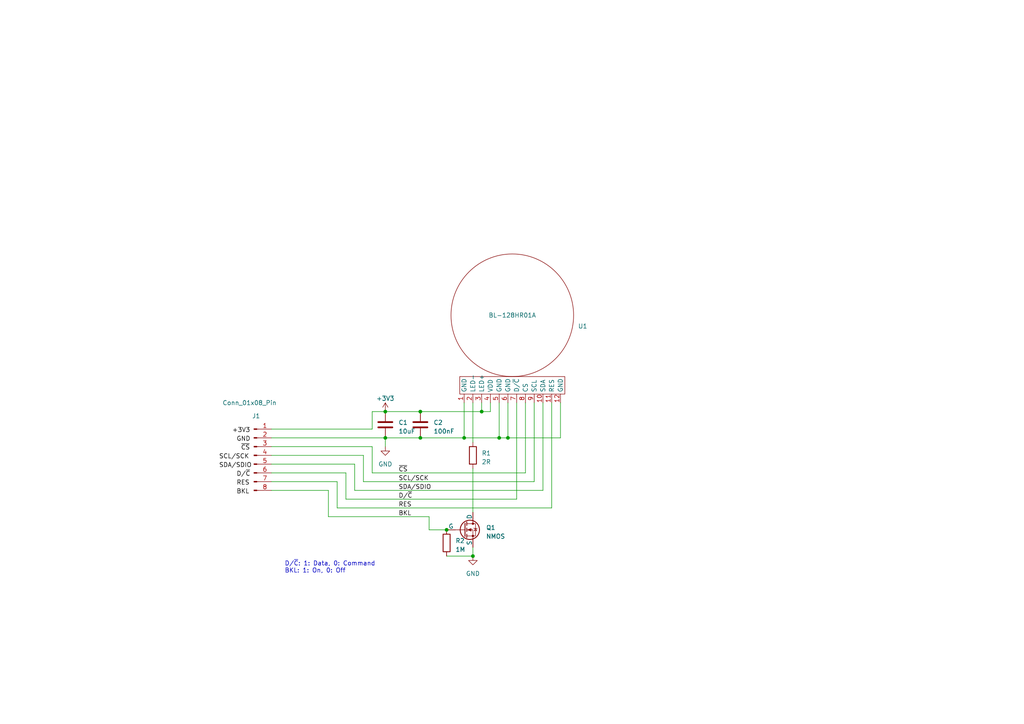
<source format=kicad_sch>
(kicad_sch (version 20230121) (generator eeschema)
  (paper "A4")
  (lib_symbols
    (symbol "Connector:Conn_01x08_Pin" (pin_names (offset 1.016) hide)
      (property "Reference" "J" (at 0 10.16 0))
      (property "Value" "Conn_01x08_Pin" (at 0 -12.7 0))
      (symbol "Conn_01x08_Pin_1_1"
        (polyline (pts (xy 1.27 -10.16) (xy 0.8636 -10.16)) (stroke (width 0.1524)))
        (polyline (pts (xy 1.27 -7.62) (xy 0.8636 -7.62)) (stroke (width 0.1524)))
        (polyline (pts (xy 1.27 -5.08) (xy 0.8636 -5.08)) (stroke (width 0.1524)))
        (polyline (pts (xy 1.27 -2.54) (xy 0.8636 -2.54)) (stroke (width 0.1524)))
        (polyline (pts (xy 1.27 0) (xy 0.8636 0)) (stroke (width 0.1524)))
        (polyline (pts (xy 1.27 2.54) (xy 0.8636 2.54)) (stroke (width 0.1524)))
        (polyline (pts (xy 1.27 5.08) (xy 0.8636 5.08)) (stroke (width 0.1524)))
        (polyline (pts (xy 1.27 7.62) (xy 0.8636 7.62)) (stroke (width 0.1524)))
        (rectangle (start 0.8636 -10.033) (end 0 -10.287) (stroke (width 0.1524)) (fill (type outline)))
        (rectangle (start 0.8636 -7.493) (end 0 -7.747) (stroke (width 0.1524)) (fill (type outline)))
        (rectangle (start 0.8636 -4.953) (end 0 -5.207) (stroke (width 0.1524)) (fill (type outline)))
        (rectangle (start 0.8636 -2.413) (end 0 -2.667) (stroke (width 0.1524)) (fill (type outline)))
        (rectangle (start 0.8636 0.127) (end 0 -0.127) (stroke (width 0.1524)) (fill (type outline)))
        (rectangle (start 0.8636 2.667) (end 0 2.413) (stroke (width 0.1524)) (fill (type outline)))
        (rectangle (start 0.8636 5.207) (end 0 4.953) (stroke (width 0.1524)) (fill (type outline)))
        (rectangle (start 0.8636 7.747) (end 0 7.493) (stroke (width 0.1524)) (fill (type outline)))
        (pin passive line (at 5.08 7.62 180) (length 3.81) (name "Pin_1") (number "1"))
        (pin passive line (at 5.08 5.08 180) (length 3.81) (name "Pin_2") (number "2"))
        (pin passive line (at 5.08 2.54 180) (length 3.81) (name "Pin_3") (number "3"))
        (pin passive line (at 5.08 0 180) (length 3.81) (name "Pin_4") (number "4"))
        (pin passive line (at 5.08 -2.54 180) (length 3.81) (name "Pin_5") (number "5"))
        (pin passive line (at 5.08 -5.08 180) (length 3.81) (name "Pin_6") (number "6"))
        (pin passive line (at 5.08 -7.62 180) (length 3.81) (name "Pin_7") (number "7"))
        (pin passive line (at 5.08 -10.16 180) (length 3.81) (name "Pin_8") (number "8"))
      )
    )
    (symbol "Device:C" (pin_numbers hide) (pin_names (offset 0.254))
      (property "Reference" "C" (at 0.635 2.54 0))
      (property "Value" "C" (at 0.635 -2.54 0))
      (symbol "C_0_1"
        (polyline (pts (xy -2.032 -0.762) (xy 2.032 -0.762)) (stroke (width 0.508)))
        (polyline (pts (xy -2.032 0.762) (xy 2.032 0.762)) (stroke (width 0.508)))
      )
      (symbol "C_1_1"
        (pin passive line (at 0 3.81 270) (length 2.794) (name "~") (number "1"))
        (pin passive line (at 0 -3.81 90) (length 2.794) (name "~") (number "2"))
      )
    )
    (symbol "Device:R" (pin_numbers hide) (pin_names (offset 0))
      (property "Reference" "R" (at 2.032 0 90))
      (property "Value" "R" (at 0 0 90))
      (symbol "R_0_1"
        (rectangle (start -1.016 -2.54) (end 1.016 2.54) (stroke (width 0.254)))
      )
      (symbol "R_1_1"
        (pin passive line (at 0 3.81 270) (length 1.27) (name "~") (number "1"))
        (pin passive line (at 0 -3.81 90) (length 1.27) (name "~") (number "2"))
      )
    )
    (symbol "GC9A01A_240x240_round_display_1"
      (property "Reference" "U" (at 1.27 1.27 0))
      (symbol "GC9A01A_240x240_round_display_1_0_1"
        (circle (center 0 0) (radius 17.78))
        (rectangle (start 15.24 -22.86) (end -15.24 -17.78))
      )
      (symbol "GC9A01A_240x240_round_display_1_1_1"
        (pin bidirectional line (at -13.97 -25.4 90) (length 2.54) (name "GND") (number "1"))
        (pin bidirectional line (at 8.89 -25.4 90) (length 2.54) (name "SDA") (number "10"))
        (pin bidirectional line (at 11.43 -25.4 90) (length 2.54) (name "RES") (number "11"))
        (pin bidirectional line (at 13.97 -25.4 90) (length 2.54) (name "GND") (number "12"))
        (pin bidirectional line (at -11.43 -25.4 90) (length 2.54) (name "LED-") (number "2"))
        (pin bidirectional line (at -8.89 -25.4 90) (length 2.54) (name "LED+") (number "3"))
        (pin bidirectional line (at -6.35 -25.4 90) (length 2.54) (name "VDD") (number "4"))
        (pin bidirectional line (at -3.81 -25.4 90) (length 2.54) (name "GND") (number "5"))
        (pin bidirectional line (at -1.27 -25.4 90) (length 2.54) (name "GND") (number "6"))
        (pin bidirectional line (at 1.27 -25.4 90) (length 2.54) (name "D/~{C}") (number "7"))
        (pin bidirectional line (at 3.81 -25.4 90) (length 2.54) (name "CS") (number "8"))
        (pin bidirectional line (at 6.35 -25.4 90) (length 2.54) (name "SCL") (number "9"))
      )
    )
    (symbol "Simulation_SPICE:NMOS" (pin_numbers hide) (pin_names (offset 0))
      (property "Reference" "Q" (at 5.08 1.27 0))
      (property "Value" "NMOS" (at 5.08 -1.27 0))
      (symbol "NMOS_0_1"
        (polyline (pts (xy 0.254 0) (xy -2.54 0)))
        (polyline (pts (xy 0.254 1.905) (xy 0.254 -1.905)) (stroke (width 0.254)))
        (polyline (pts (xy 0.762 -1.27) (xy 0.762 -2.286)) (stroke (width 0.254)))
        (polyline (pts (xy 0.762 0.508) (xy 0.762 -0.508)) (stroke (width 0.254)))
        (polyline (pts (xy 0.762 2.286) (xy 0.762 1.27)) (stroke (width 0.254)))
        (polyline (pts (xy 2.54 2.54) (xy 2.54 1.778)))
        (polyline (pts (xy 2.54 -2.54) (xy 2.54 0) (xy 0.762 0)))
        (polyline (pts (xy 0.762 -1.778) (xy 3.302 -1.778) (xy 3.302 1.778) (xy 0.762 1.778)))
        (polyline (pts (xy 1.016 0) (xy 2.032 0.381) (xy 2.032 -0.381) (xy 1.016 0)) (fill (type outline)))
        (polyline (pts (xy 2.794 0.508) (xy 2.921 0.381) (xy 3.683 0.381) (xy 3.81 0.254)))
        (polyline (pts (xy 3.302 0.381) (xy 2.921 -0.254) (xy 3.683 -0.254) (xy 3.302 0.381)))
        (circle (center 1.651 0) (radius 2.794) (stroke (width 0.254)))
        (circle (center 2.54 -1.778) (radius 0.254) (fill (type outline)))
        (circle (center 2.54 1.778) (radius 0.254) (fill (type outline)))
      )
      (symbol "NMOS_1_1"
        (pin passive line (at 2.54 5.08 270) (length 2.54) (name "D") (number "1"))
        (pin input line (at -5.08 0 0) (length 2.54) (name "G") (number "2"))
        (pin passive line (at 2.54 -5.08 90) (length 2.54) (name "S") (number "3"))
      )
    )
    (symbol "power:+3V3" (power) (pin_names (offset 0))
      (property "Value" "+3V3" (at 0 3.556 0))
      (symbol "+3V3_0_1"
        (polyline (pts (xy -0.762 1.27) (xy 0 2.54)))
        (polyline (pts (xy 0 0) (xy 0 2.54)))
        (polyline (pts (xy 0 2.54) (xy 0.762 1.27)))
      )
      (symbol "+3V3_1_1"
        (pin power_in line (at 0 0 90) (length 0) hide (name "+3V3") (number "1"))
      )
    )
    (symbol "power:GND" (power) (pin_names (offset 0))
      (property "Value" "GND" (at 0 -3.81 0))
      (symbol "GND_0_1"
        (polyline (pts (xy 0 0) (xy 0 -1.27) (xy 1.27 -1.27) (xy 0 -2.54) (xy -1.27 -1.27) (xy 0 -1.27)))
      )
      (symbol "GND_1_1"
        (pin power_in line (at 0 0 270) (length 0) hide (name "GND") (number "1"))
      )
    )
  )
  (junction (at 137.16 161.29))
  (junction (at 134.62 127))
  (junction (at 111.76 119.38))
  (junction (at 144.78 127))
  (junction (at 147.32 127))
  (junction (at 121.92 119.38))
  (junction (at 111.76 127))
  (junction (at 129.54 153.67))
  (junction (at 139.7 119.38))
  (junction (at 121.92 127))
  (wire (pts (xy 147.32 127) (xy 147.32 116.84)))
  (wire (pts (xy 105.41 139.7) (xy 154.94 139.7)))
  (wire (pts (xy 100.33 137.16) (xy 78.74 137.16)))
  (wire (pts (xy 149.86 116.84) (xy 149.86 144.78)))
  (wire (pts (xy 124.46 153.67) (xy 124.46 149.86)))
  (wire (pts (xy 144.78 127) (xy 147.32 127)))
  (wire (pts (xy 105.41 139.7) (xy 105.41 132.08)))
  (wire (pts (xy 97.79 147.32) (xy 160.02 147.32)))
  (wire (pts (xy 137.16 135.89) (xy 137.16 148.59)))
  (wire (pts (xy 95.25 149.86) (xy 95.25 142.24)))
  (wire (pts (xy 111.76 127) (xy 111.76 129.54)))
  (wire (pts (xy 111.76 119.38) (xy 121.92 119.38)))
  (wire (pts (xy 97.79 139.7) (xy 78.74 139.7)))
  (wire (pts (xy 121.92 119.38) (xy 139.7 119.38)))
  (wire (pts (xy 107.95 137.16) (xy 107.95 129.54)))
  (wire (pts (xy 142.24 119.38) (xy 142.24 116.84)))
  (wire (pts (xy 95.25 142.24) (xy 78.74 142.24)))
  (wire (pts (xy 124.46 153.67) (xy 129.54 153.67)))
  (wire (pts (xy 129.54 161.29) (xy 137.16 161.29)))
  (wire (pts (xy 154.94 116.84) (xy 154.94 139.7)))
  (wire (pts (xy 107.95 124.46) (xy 107.95 119.38)))
  (wire (pts (xy 102.87 142.24) (xy 102.87 134.62)))
  (wire (pts (xy 137.16 158.75) (xy 137.16 161.29)))
  (wire (pts (xy 137.16 116.84) (xy 137.16 128.27)))
  (wire (pts (xy 139.7 119.38) (xy 142.24 119.38)))
  (wire (pts (xy 139.7 116.84) (xy 139.7 119.38)))
  (wire (pts (xy 107.95 129.54) (xy 78.74 129.54)))
  (wire (pts (xy 134.62 127) (xy 134.62 116.84)))
  (wire (pts (xy 78.74 124.46) (xy 107.95 124.46)))
  (wire (pts (xy 162.56 127) (xy 162.56 116.84)))
  (wire (pts (xy 100.33 144.78) (xy 100.33 137.16)))
  (wire (pts (xy 121.92 127) (xy 134.62 127)))
  (wire (pts (xy 152.4 116.84) (xy 152.4 137.16)))
  (wire (pts (xy 107.95 119.38) (xy 111.76 119.38)))
  (wire (pts (xy 102.87 142.24) (xy 157.48 142.24)))
  (wire (pts (xy 107.95 137.16) (xy 152.4 137.16)))
  (wire (pts (xy 111.76 127) (xy 121.92 127)))
  (wire (pts (xy 95.25 149.86) (xy 124.46 149.86)))
  (wire (pts (xy 147.32 127) (xy 162.56 127)))
  (wire (pts (xy 160.02 116.84) (xy 160.02 147.32)))
  (wire (pts (xy 78.74 127) (xy 111.76 127)))
  (wire (pts (xy 100.33 144.78) (xy 149.86 144.78)))
  (wire (pts (xy 144.78 116.84) (xy 144.78 127)))
  (wire (pts (xy 105.41 132.08) (xy 78.74 132.08)))
  (wire (pts (xy 134.62 127) (xy 144.78 127)))
  (wire (pts (xy 157.48 116.84) (xy 157.48 142.24)))
  (wire (pts (xy 97.79 147.32) (xy 97.79 139.7)))
  (wire (pts (xy 102.87 134.62) (xy 78.74 134.62)))
  (text "D/~{C}: 1: Data, 0: Command\nBKL: 1: On, 0: Off" (at 82.55 166.37 0) (effects (font (size 1.27 1.27)) (justify left bottom)))
  (label "BKL" (at 115.57 149.86 0))
  (label "BKL" (at 68.58 143.51 0))
  (label "RES" (at 115.57 147.32 0))
  (label "GND" (at 68.58 128.27 0))
  (label "D{slash}~{C}" (at 68.58 138.43 0))
  (label "RES" (at 68.58 140.97 0))
  (label "SCL{slash}SCK" (at 115.57 139.7 0))
  (label "~{CS}" (at 115.57 137.16 0))
  (label "D{slash}~{C}" (at 115.57 144.78 0))
  (label "SDA{slash}SDIO" (at 63.5 135.89 0))
  (label "+3V3" (at 67.31 125.73 0))
  (label "~{CS}" (at 69.85 130.81 0))
  (label "SDA{slash}SDIO" (at 115.57 142.24 0))
  (label "SCL{slash}SCK" (at 63.5 133.35 0))
  (symbol (lib_id "Device:C") (at 111.76 123.19 0) (unit 1)
    (property "Reference" "C1" (at 115.57 122.555 0) (effects (justify left)))
    (property "Value" "10uF" (at 115.57 125.095 0) (effects (justify left)))
  )
  (symbol (lib_id "Simulation_SPICE:NMOS") (at 134.62 153.67 0) (unit 1)
    (property "Reference" "Q1" (at 140.97 153.035 0) (effects (justify left)))
    (property "Value" "NMOS" (at 140.97 155.575 0) (effects (justify left)))
    (property "Datasheet" "https://ngspice.sourceforge.io/docs/ngspice-manual.pdf" (effects hide))
    (property "Sim.Device" "NMOS" (effects hide))
    (property "Sim.Type" "VDMOS" (effects hide))
    (property "Sim.Pins" "1=D 2=G 3=S" (effects hide))
  )
  (symbol (lib_id "power:GND") (at 137.16 161.29 0) (unit 1)
    (property "Reference" "#PWR02" (effects hide))
    (property "Value" "GND" (at 137.16 166.37 0))
  )
  (symbol (lib_id "power:GND") (at 111.76 129.54 0) (unit 1)
    (property "Reference" "#PWR01" (effects hide))
    (property "Value" "GND" (at 111.76 134.62 0))
  )
  (symbol (lib_id "power:+3V3") (at 111.76 119.38 0) (unit 1)
    (property "Reference" "#PWR03" (effects hide))
    (property "Value" "+3V3" (at 111.76 115.57 0))
  )
  (symbol (lib_id "Connector:Conn_01x08_Pin") (at 73.66 132.08 0) (unit 1)
    (property "Reference" "J1" (at 74.295 120.65 0))
    (property "Value" "Conn_01x08_Pin" (at 72.39 116.84 0))
  )
  (symbol (lib_id "Device:R") (at 129.54 157.48 0) (unit 1)
    (property "Reference" "R2" (at 132.08 156.845 0) (effects (justify left)))
    (property "Value" "1M" (at 132.08 159.385 0) (effects (justify left)))
  )
  (symbol (lib_name "GC9A01A_240x240_round_display_1") (lib_id "MEgli:GC9A01A_240x240_round_display") (at 148.59 91.44 0) (unit 1)
    (property "Reference" "U1" (at 167.64 94.615 0) (effects (justify left)))
    (property "Value" "BL-128HR01A" (at 148.59 91.44 0))
  )
  (symbol (lib_id "Device:C") (at 121.92 123.19 0) (unit 1)
    (property "Reference" "C2" (at 125.73 122.555 0) (effects (justify left)))
    (property "Value" "100nF" (at 125.73 125.095 0) (effects (justify left)))
  )
  (symbol (lib_id "Device:R") (at 137.16 132.08 0) (unit 1)
    (property "Reference" "R1" (at 139.7 131.445 0) (effects (justify left)))
    (property "Value" "2R" (at 139.7 133.985 0) (effects (justify left)))
  )
)
</source>
